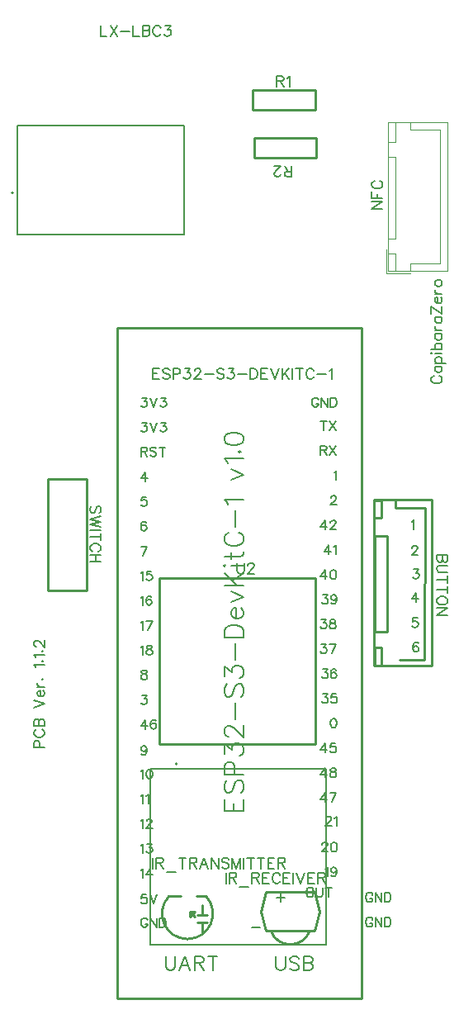
<source format=gto>
G04 Layer: TopSilkscreenLayer*
G04 EasyEDA v6.5.47, 2024-12-05 12:15:10*
G04 a8db0baa4c074055b0eece098b67d136,1af081c9d9ee461384659aa0797497b1,10*
G04 Gerber Generator version 0.2*
G04 Scale: 100 percent, Rotated: No, Reflected: No *
G04 Dimensions in millimeters *
G04 leading zeros omitted , absolute positions ,4 integer and 5 decimal *
%FSLAX45Y45*%
%MOMM*%

%ADD10C,0.1524*%
%ADD11C,0.2032*%
%ADD12C,0.2000*%
%ADD13C,0.2540*%
%ADD14C,0.1200*%
%ADD15C,0.1600*%
%ADD16C,0.0108*%

%LPD*%
D10*
X4800091Y6961378D02*
G01*
X4789677Y6956044D01*
X4779263Y6945629D01*
X4774184Y6935470D01*
X4774184Y6914642D01*
X4779263Y6904228D01*
X4789677Y6893813D01*
X4800091Y6888479D01*
X4815840Y6883400D01*
X4841747Y6883400D01*
X4857241Y6888479D01*
X4867656Y6893813D01*
X4878070Y6904228D01*
X4883150Y6914642D01*
X4883150Y6935470D01*
X4878070Y6945629D01*
X4867656Y6956044D01*
X4857241Y6961378D01*
X4810506Y7057897D02*
G01*
X4883150Y7057897D01*
X4826000Y7057897D02*
G01*
X4815840Y7047484D01*
X4810506Y7037070D01*
X4810506Y7021576D01*
X4815840Y7011162D01*
X4826000Y7000747D01*
X4841747Y6995668D01*
X4852161Y6995668D01*
X4867656Y7000747D01*
X4878070Y7011162D01*
X4883150Y7021576D01*
X4883150Y7037070D01*
X4878070Y7047484D01*
X4867656Y7057897D01*
X4810506Y7092187D02*
G01*
X4919725Y7092187D01*
X4826000Y7092187D02*
G01*
X4815840Y7102602D01*
X4810506Y7113015D01*
X4810506Y7128510D01*
X4815840Y7138923D01*
X4826000Y7149337D01*
X4841747Y7154671D01*
X4852161Y7154671D01*
X4867656Y7149337D01*
X4878070Y7138923D01*
X4883150Y7128510D01*
X4883150Y7113015D01*
X4878070Y7102602D01*
X4867656Y7092187D01*
X4774184Y7188962D02*
G01*
X4779263Y7194042D01*
X4774184Y7199376D01*
X4768850Y7194042D01*
X4774184Y7188962D01*
X4810506Y7194042D02*
G01*
X4883150Y7194042D01*
X4774184Y7233665D02*
G01*
X4883150Y7233665D01*
X4826000Y7233665D02*
G01*
X4815840Y7244079D01*
X4810506Y7254239D01*
X4810506Y7269987D01*
X4815840Y7280402D01*
X4826000Y7290815D01*
X4841747Y7295895D01*
X4852161Y7295895D01*
X4867656Y7290815D01*
X4878070Y7280402D01*
X4883150Y7269987D01*
X4883150Y7254239D01*
X4878070Y7244079D01*
X4867656Y7233665D01*
X4810506Y7392670D02*
G01*
X4883150Y7392670D01*
X4826000Y7392670D02*
G01*
X4815840Y7382255D01*
X4810506Y7371842D01*
X4810506Y7356094D01*
X4815840Y7345679D01*
X4826000Y7335520D01*
X4841747Y7330186D01*
X4852161Y7330186D01*
X4867656Y7335520D01*
X4878070Y7345679D01*
X4883150Y7356094D01*
X4883150Y7371842D01*
X4878070Y7382255D01*
X4867656Y7392670D01*
X4810506Y7426960D02*
G01*
X4883150Y7426960D01*
X4841747Y7426960D02*
G01*
X4826000Y7432039D01*
X4815840Y7442454D01*
X4810506Y7452868D01*
X4810506Y7468362D01*
X4810506Y7565136D02*
G01*
X4883150Y7565136D01*
X4826000Y7565136D02*
G01*
X4815840Y7554721D01*
X4810506Y7544308D01*
X4810506Y7528560D01*
X4815840Y7518400D01*
X4826000Y7507986D01*
X4841747Y7502652D01*
X4852161Y7502652D01*
X4867656Y7507986D01*
X4878070Y7518400D01*
X4883150Y7528560D01*
X4883150Y7544308D01*
X4878070Y7554721D01*
X4867656Y7565136D01*
X4774184Y7672070D02*
G01*
X4883150Y7599426D01*
X4774184Y7599426D02*
G01*
X4774184Y7672070D01*
X4883150Y7599426D02*
G01*
X4883150Y7672070D01*
X4841747Y7706360D02*
G01*
X4841747Y7768589D01*
X4831334Y7768589D01*
X4820920Y7763510D01*
X4815840Y7758429D01*
X4810506Y7748015D01*
X4810506Y7732268D01*
X4815840Y7721854D01*
X4826000Y7711439D01*
X4841747Y7706360D01*
X4852161Y7706360D01*
X4867656Y7711439D01*
X4878070Y7721854D01*
X4883150Y7732268D01*
X4883150Y7748015D01*
X4878070Y7758429D01*
X4867656Y7768589D01*
X4810506Y7802879D02*
G01*
X4883150Y7802879D01*
X4841747Y7802879D02*
G01*
X4826000Y7808213D01*
X4815840Y7818628D01*
X4810506Y7829042D01*
X4810506Y7844536D01*
X4810506Y7904734D02*
G01*
X4815840Y7894320D01*
X4826000Y7884160D01*
X4841747Y7878826D01*
X4852161Y7878826D01*
X4867656Y7884160D01*
X4878070Y7894320D01*
X4883150Y7904734D01*
X4883150Y7920481D01*
X4878070Y7930895D01*
X4867656Y7941310D01*
X4852161Y7946389D01*
X4841747Y7946389D01*
X4826000Y7941310D01*
X4815840Y7930895D01*
X4810506Y7920481D01*
X4810506Y7904734D01*
X697484Y3149600D02*
G01*
X806450Y3149600D01*
X697484Y3149600D02*
G01*
X697484Y3196336D01*
X702563Y3211829D01*
X707897Y3217163D01*
X718312Y3222244D01*
X733805Y3222244D01*
X744220Y3217163D01*
X749300Y3211829D01*
X754634Y3196336D01*
X754634Y3149600D01*
X723392Y3334512D02*
G01*
X712978Y3329431D01*
X702563Y3319018D01*
X697484Y3308604D01*
X697484Y3287776D01*
X702563Y3277362D01*
X712978Y3266947D01*
X723392Y3261868D01*
X739139Y3256534D01*
X765047Y3256534D01*
X780542Y3261868D01*
X790955Y3266947D01*
X801370Y3277362D01*
X806450Y3287776D01*
X806450Y3308604D01*
X801370Y3319018D01*
X790955Y3329431D01*
X780542Y3334512D01*
X697484Y3368802D02*
G01*
X806450Y3368802D01*
X697484Y3368802D02*
G01*
X697484Y3415537D01*
X702563Y3431286D01*
X707897Y3436365D01*
X718312Y3441700D01*
X728726Y3441700D01*
X739139Y3436365D01*
X744220Y3431286D01*
X749300Y3415537D01*
X749300Y3368802D02*
G01*
X749300Y3415537D01*
X754634Y3431286D01*
X759713Y3436365D01*
X770128Y3441700D01*
X785876Y3441700D01*
X796289Y3436365D01*
X801370Y3431286D01*
X806450Y3415537D01*
X806450Y3368802D01*
X697484Y3556000D02*
G01*
X806450Y3597402D01*
X697484Y3639057D02*
G01*
X806450Y3597402D01*
X765047Y3673347D02*
G01*
X765047Y3735578D01*
X754634Y3735578D01*
X744220Y3730497D01*
X739139Y3725163D01*
X733805Y3714750D01*
X733805Y3699255D01*
X739139Y3688842D01*
X749300Y3678428D01*
X765047Y3673347D01*
X775462Y3673347D01*
X790955Y3678428D01*
X801370Y3688842D01*
X806450Y3699255D01*
X806450Y3714750D01*
X801370Y3725163D01*
X790955Y3735578D01*
X733805Y3769868D02*
G01*
X806450Y3769868D01*
X765047Y3769868D02*
G01*
X749300Y3775202D01*
X739139Y3785615D01*
X733805Y3796029D01*
X733805Y3811523D01*
X780542Y3850894D02*
G01*
X785876Y3845813D01*
X790955Y3850894D01*
X785876Y3856228D01*
X780542Y3850894D01*
X718312Y3970528D02*
G01*
X712978Y3980942D01*
X697484Y3996436D01*
X806450Y3996436D01*
X780542Y4036060D02*
G01*
X785876Y4030726D01*
X790955Y4036060D01*
X785876Y4041139D01*
X780542Y4036060D01*
X718312Y4075429D02*
G01*
X712978Y4085844D01*
X697484Y4101337D01*
X806450Y4101337D01*
X780542Y4140962D02*
G01*
X785876Y4135628D01*
X790955Y4140962D01*
X785876Y4146042D01*
X780542Y4140962D01*
X723392Y4185665D02*
G01*
X718312Y4185665D01*
X707897Y4190745D01*
X702563Y4196079D01*
X697484Y4206239D01*
X697484Y4227068D01*
X702563Y4237481D01*
X707897Y4242815D01*
X718312Y4247895D01*
X728726Y4247895D01*
X739139Y4242815D01*
X754634Y4232402D01*
X806450Y4180331D01*
X806450Y4253229D01*
D11*
X4572000Y5467604D02*
G01*
X4581143Y5472176D01*
X4594606Y5485637D01*
X4594606Y5390134D01*
X4576572Y5196331D02*
G01*
X4576572Y5200904D01*
X4581143Y5209794D01*
X4585715Y5214365D01*
X4594606Y5218937D01*
X4612893Y5218937D01*
X4622038Y5214365D01*
X4626609Y5209794D01*
X4631181Y5200904D01*
X4631181Y5191760D01*
X4626609Y5182615D01*
X4617465Y5168900D01*
X4572000Y5123434D01*
X4635754Y5123434D01*
X4593843Y4977637D02*
G01*
X4643881Y4977637D01*
X4616450Y4941315D01*
X4630165Y4941315D01*
X4639309Y4936744D01*
X4643881Y4932171D01*
X4648454Y4918710D01*
X4648454Y4909565D01*
X4643881Y4895850D01*
X4634738Y4886705D01*
X4621022Y4882134D01*
X4607306Y4882134D01*
X4593843Y4886705D01*
X4589272Y4891278D01*
X4584700Y4900421D01*
X4617465Y4736337D02*
G01*
X4572000Y4672837D01*
X4640072Y4672837D01*
X4617465Y4736337D02*
G01*
X4617465Y4640834D01*
X4630674Y4478273D02*
G01*
X4585208Y4478273D01*
X4580636Y4437379D01*
X4585208Y4441952D01*
X4598670Y4446523D01*
X4612386Y4446523D01*
X4626102Y4441952D01*
X4634991Y4432807D01*
X4639563Y4419345D01*
X4639563Y4410202D01*
X4634991Y4396486D01*
X4626102Y4387595D01*
X4612386Y4383023D01*
X4598670Y4383023D01*
X4585208Y4387595D01*
X4580636Y4391913D01*
X4576063Y4401057D01*
X4639309Y4214876D02*
G01*
X4634738Y4223765D01*
X4621022Y4228337D01*
X4611877Y4228337D01*
X4598415Y4223765D01*
X4589272Y4210304D01*
X4584700Y4187444D01*
X4584700Y4164837D01*
X4589272Y4146550D01*
X4598415Y4137405D01*
X4611877Y4132834D01*
X4616450Y4132834D01*
X4630165Y4137405D01*
X4639309Y4146550D01*
X4643881Y4160265D01*
X4643881Y4164837D01*
X4639309Y4178300D01*
X4630165Y4187444D01*
X4616450Y4192015D01*
X4611877Y4192015D01*
X4598415Y4187444D01*
X4589272Y4178300D01*
X4584700Y4164837D01*
X3228593Y1649476D02*
G01*
X3228593Y1567434D01*
X3187700Y1608581D02*
G01*
X3269488Y1608581D01*
X2933700Y1303781D02*
G01*
X3015488Y1303781D01*
X3519677Y1713737D02*
G01*
X3510788Y1709165D01*
X3501643Y1700276D01*
X3497072Y1691131D01*
X3492500Y1677415D01*
X3492500Y1654810D01*
X3497072Y1641094D01*
X3501643Y1631950D01*
X3510788Y1622805D01*
X3519677Y1618234D01*
X3537965Y1618234D01*
X3547109Y1622805D01*
X3556254Y1631950D01*
X3560572Y1641094D01*
X3565143Y1654810D01*
X3565143Y1677415D01*
X3560572Y1691131D01*
X3556254Y1700276D01*
X3547109Y1709165D01*
X3537965Y1713737D01*
X3519677Y1713737D01*
X3595115Y1713737D02*
G01*
X3595115Y1645665D01*
X3599688Y1631950D01*
X3608831Y1622805D01*
X3622547Y1618234D01*
X3631691Y1618234D01*
X3645154Y1622805D01*
X3654297Y1631950D01*
X3658870Y1645665D01*
X3658870Y1713737D01*
X3720591Y1713737D02*
G01*
X3720591Y1618234D01*
X3688841Y1713737D02*
G01*
X3752595Y1713737D01*
D10*
X1384300Y10554715D02*
G01*
X1384300Y10445750D01*
X1384300Y10445750D02*
G01*
X1446529Y10445750D01*
X1480820Y10554715D02*
G01*
X1553718Y10445750D01*
X1553718Y10554715D02*
G01*
X1480820Y10445750D01*
X1588007Y10492486D02*
G01*
X1681479Y10492486D01*
X1715770Y10554715D02*
G01*
X1715770Y10445750D01*
X1715770Y10445750D02*
G01*
X1778000Y10445750D01*
X1812289Y10554715D02*
G01*
X1812289Y10445750D01*
X1812289Y10554715D02*
G01*
X1859279Y10554715D01*
X1874773Y10549636D01*
X1879854Y10544302D01*
X1885187Y10533887D01*
X1885187Y10523474D01*
X1879854Y10513060D01*
X1874773Y10507979D01*
X1859279Y10502900D01*
X1812289Y10502900D02*
G01*
X1859279Y10502900D01*
X1874773Y10497565D01*
X1879854Y10492486D01*
X1885187Y10482071D01*
X1885187Y10466324D01*
X1879854Y10455910D01*
X1874773Y10450829D01*
X1859279Y10445750D01*
X1812289Y10445750D01*
X1997456Y10528808D02*
G01*
X1992122Y10539221D01*
X1981708Y10549636D01*
X1971293Y10554715D01*
X1950720Y10554715D01*
X1940306Y10549636D01*
X1929892Y10539221D01*
X1924557Y10528808D01*
X1919478Y10513060D01*
X1919478Y10487152D01*
X1924557Y10471658D01*
X1929892Y10461244D01*
X1940306Y10450829D01*
X1950720Y10445750D01*
X1971293Y10445750D01*
X1981708Y10450829D01*
X1992122Y10461244D01*
X1997456Y10471658D01*
X2042159Y10554715D02*
G01*
X2099309Y10554715D01*
X2068068Y10513060D01*
X2083561Y10513060D01*
X2093975Y10507979D01*
X2099309Y10502900D01*
X2104390Y10487152D01*
X2104390Y10476737D01*
X2099309Y10461244D01*
X2088895Y10450829D01*
X2073147Y10445750D01*
X2057654Y10445750D01*
X2042159Y10450829D01*
X2036825Y10455910D01*
X2031745Y10466324D01*
X2667000Y1867915D02*
G01*
X2667000Y1758950D01*
X2701290Y1867915D02*
G01*
X2701290Y1758950D01*
X2701290Y1867915D02*
G01*
X2748025Y1867915D01*
X2763520Y1862836D01*
X2768854Y1857502D01*
X2773934Y1847087D01*
X2773934Y1836673D01*
X2768854Y1826260D01*
X2763520Y1821179D01*
X2748025Y1816100D01*
X2701290Y1816100D01*
X2737611Y1816100D02*
G01*
X2773934Y1758950D01*
X2808224Y1722373D02*
G01*
X2901950Y1722373D01*
X2936240Y1867915D02*
G01*
X2936240Y1758950D01*
X2936240Y1867915D02*
G01*
X2982975Y1867915D01*
X2998470Y1862836D01*
X3003550Y1857502D01*
X3008884Y1847087D01*
X3008884Y1836673D01*
X3003550Y1826260D01*
X2998470Y1821179D01*
X2982975Y1816100D01*
X2936240Y1816100D01*
X2972561Y1816100D02*
G01*
X3008884Y1758950D01*
X3043174Y1867915D02*
G01*
X3043174Y1758950D01*
X3043174Y1867915D02*
G01*
X3110738Y1867915D01*
X3043174Y1816100D02*
G01*
X3084829Y1816100D01*
X3043174Y1758950D02*
G01*
X3110738Y1758950D01*
X3223006Y1842007D02*
G01*
X3217672Y1852421D01*
X3207258Y1862836D01*
X3196843Y1867915D01*
X3176270Y1867915D01*
X3165856Y1862836D01*
X3155441Y1852421D01*
X3150108Y1842007D01*
X3145027Y1826260D01*
X3145027Y1800352D01*
X3150108Y1784857D01*
X3155441Y1774444D01*
X3165856Y1764029D01*
X3176270Y1758950D01*
X3196843Y1758950D01*
X3207258Y1764029D01*
X3217672Y1774444D01*
X3223006Y1784857D01*
X3257295Y1867915D02*
G01*
X3257295Y1758950D01*
X3257295Y1867915D02*
G01*
X3324859Y1867915D01*
X3257295Y1816100D02*
G01*
X3298697Y1816100D01*
X3257295Y1758950D02*
G01*
X3324859Y1758950D01*
X3359150Y1867915D02*
G01*
X3359150Y1758950D01*
X3393440Y1867915D02*
G01*
X3434841Y1758950D01*
X3476497Y1867915D02*
G01*
X3434841Y1758950D01*
X3510788Y1867915D02*
G01*
X3510788Y1758950D01*
X3510788Y1867915D02*
G01*
X3578352Y1867915D01*
X3510788Y1816100D02*
G01*
X3552190Y1816100D01*
X3510788Y1758950D02*
G01*
X3578352Y1758950D01*
X3612641Y1867915D02*
G01*
X3612641Y1758950D01*
X3612641Y1867915D02*
G01*
X3659377Y1867915D01*
X3674872Y1862836D01*
X3680206Y1857502D01*
X3685286Y1847087D01*
X3685286Y1836673D01*
X3680206Y1826260D01*
X3674872Y1821179D01*
X3659377Y1816100D01*
X3612641Y1816100D01*
X3648963Y1816100D02*
G01*
X3685286Y1758950D01*
X1917700Y2020315D02*
G01*
X1917700Y1911350D01*
X1951990Y2020315D02*
G01*
X1951990Y1911350D01*
X1951990Y2020315D02*
G01*
X1998725Y2020315D01*
X2014220Y2015236D01*
X2019554Y2009902D01*
X2024634Y1999487D01*
X2024634Y1989073D01*
X2019554Y1978660D01*
X2014220Y1973579D01*
X1998725Y1968500D01*
X1951990Y1968500D01*
X1988311Y1968500D02*
G01*
X2024634Y1911350D01*
X2058924Y1874773D02*
G01*
X2152650Y1874773D01*
X2223261Y2020315D02*
G01*
X2223261Y1911350D01*
X2186940Y2020315D02*
G01*
X2259584Y2020315D01*
X2293874Y2020315D02*
G01*
X2293874Y1911350D01*
X2293874Y2020315D02*
G01*
X2340609Y2020315D01*
X2356104Y2015236D01*
X2361438Y2009902D01*
X2366518Y1999487D01*
X2366518Y1989073D01*
X2361438Y1978660D01*
X2356104Y1973579D01*
X2340609Y1968500D01*
X2293874Y1968500D01*
X2330195Y1968500D02*
G01*
X2366518Y1911350D01*
X2442463Y2020315D02*
G01*
X2400808Y1911350D01*
X2442463Y2020315D02*
G01*
X2484120Y1911350D01*
X2416556Y1947671D02*
G01*
X2468372Y1947671D01*
X2518409Y2020315D02*
G01*
X2518409Y1911350D01*
X2518409Y2020315D02*
G01*
X2591054Y1911350D01*
X2591054Y2020315D02*
G01*
X2591054Y1911350D01*
X2697988Y2004821D02*
G01*
X2687574Y2015236D01*
X2672079Y2020315D01*
X2651252Y2020315D01*
X2635758Y2015236D01*
X2625343Y2004821D01*
X2625343Y1994407D01*
X2630424Y1983994D01*
X2635758Y1978660D01*
X2646172Y1973579D01*
X2677159Y1963165D01*
X2687574Y1958086D01*
X2692908Y1952752D01*
X2697988Y1942337D01*
X2697988Y1926844D01*
X2687574Y1916429D01*
X2672079Y1911350D01*
X2651252Y1911350D01*
X2635758Y1916429D01*
X2625343Y1926844D01*
X2732277Y2020315D02*
G01*
X2732277Y1911350D01*
X2732277Y2020315D02*
G01*
X2773934Y1911350D01*
X2815590Y2020315D02*
G01*
X2773934Y1911350D01*
X2815590Y2020315D02*
G01*
X2815590Y1911350D01*
X2849879Y2020315D02*
G01*
X2849879Y1911350D01*
X2920491Y2020315D02*
G01*
X2920491Y1911350D01*
X2884170Y2020315D02*
G01*
X2956813Y2020315D01*
X3027425Y2020315D02*
G01*
X3027425Y1911350D01*
X2991104Y2020315D02*
G01*
X3063747Y2020315D01*
X3098038Y2020315D02*
G01*
X3098038Y1911350D01*
X3098038Y2020315D02*
G01*
X3165602Y2020315D01*
X3098038Y1968500D02*
G01*
X3139693Y1968500D01*
X3098038Y1911350D02*
G01*
X3165602Y1911350D01*
X3199891Y2020315D02*
G01*
X3199891Y1911350D01*
X3199891Y2020315D02*
G01*
X3246627Y2020315D01*
X3262375Y2015236D01*
X3267456Y2009902D01*
X3272790Y1999487D01*
X3272790Y1989073D01*
X3267456Y1978660D01*
X3262375Y1973579D01*
X3246627Y1968500D01*
X3199891Y1968500D01*
X3236213Y1968500D02*
G01*
X3272790Y1911350D01*
X2781300Y5042915D02*
G01*
X2781300Y4964937D01*
X2786379Y4949444D01*
X2796793Y4939029D01*
X2812541Y4933950D01*
X2822956Y4933950D01*
X2838450Y4939029D01*
X2848863Y4949444D01*
X2853943Y4964937D01*
X2853943Y5042915D01*
X2893568Y5017007D02*
G01*
X2893568Y5022087D01*
X2898647Y5032502D01*
X2903981Y5037836D01*
X2914395Y5042915D01*
X2934970Y5042915D01*
X2945384Y5037836D01*
X2950718Y5032502D01*
X2955797Y5022087D01*
X2955797Y5011673D01*
X2950718Y5001260D01*
X2940304Y4985765D01*
X2888234Y4933950D01*
X2961131Y4933950D01*
X3187700Y10034015D02*
G01*
X3187700Y9925050D01*
X3187700Y10034015D02*
G01*
X3234436Y10034015D01*
X3249929Y10028936D01*
X3255263Y10023602D01*
X3260343Y10013187D01*
X3260343Y10002774D01*
X3255263Y9992360D01*
X3249929Y9987279D01*
X3234436Y9982200D01*
X3187700Y9982200D01*
X3224022Y9982200D02*
G01*
X3260343Y9925050D01*
X3294634Y10013187D02*
G01*
X3305047Y10018521D01*
X3320795Y10034015D01*
X3320795Y9925050D01*
X3340100Y9003284D02*
G01*
X3340100Y9112250D01*
X3340100Y9003284D02*
G01*
X3293363Y9003284D01*
X3277870Y9008363D01*
X3272536Y9013697D01*
X3267456Y9024112D01*
X3267456Y9034526D01*
X3272536Y9044939D01*
X3277870Y9050020D01*
X3293363Y9055100D01*
X3340100Y9055100D01*
X3303777Y9055100D02*
G01*
X3267456Y9112250D01*
X3227831Y9029192D02*
G01*
X3227831Y9024112D01*
X3222752Y9013697D01*
X3217418Y9008363D01*
X3207004Y9003284D01*
X3186429Y9003284D01*
X3176015Y9008363D01*
X3170681Y9013697D01*
X3165602Y9024112D01*
X3165602Y9034526D01*
X3170681Y9044939D01*
X3181095Y9060434D01*
X3233165Y9112250D01*
X3160268Y9112250D01*
X4941315Y5125491D02*
G01*
X4832350Y5125491D01*
X4941315Y5125491D02*
G01*
X4941315Y5078755D01*
X4936236Y5063261D01*
X4930902Y5057927D01*
X4920488Y5052847D01*
X4910074Y5052847D01*
X4899659Y5057927D01*
X4894579Y5063261D01*
X4889500Y5078755D01*
X4889500Y5125491D02*
G01*
X4889500Y5078755D01*
X4884165Y5063261D01*
X4879086Y5057927D01*
X4868672Y5052847D01*
X4852924Y5052847D01*
X4842509Y5057927D01*
X4837429Y5063261D01*
X4832350Y5078755D01*
X4832350Y5125491D01*
X4941315Y5018557D02*
G01*
X4863338Y5018557D01*
X4847843Y5013223D01*
X4837429Y5002809D01*
X4832350Y4987315D01*
X4832350Y4976901D01*
X4837429Y4961407D01*
X4847843Y4950993D01*
X4863338Y4945659D01*
X4941315Y4945659D01*
X4941315Y4875047D02*
G01*
X4832350Y4875047D01*
X4941315Y4911369D02*
G01*
X4941315Y4838725D01*
X4941315Y4768113D02*
G01*
X4832350Y4768113D01*
X4941315Y4804435D02*
G01*
X4941315Y4731791D01*
X4941315Y4666259D02*
G01*
X4936236Y4676673D01*
X4925822Y4687087D01*
X4915408Y4692167D01*
X4899659Y4697501D01*
X4873752Y4697501D01*
X4858258Y4692167D01*
X4847843Y4687087D01*
X4837429Y4676673D01*
X4832350Y4666259D01*
X4832350Y4645431D01*
X4837429Y4635017D01*
X4847843Y4624603D01*
X4858258Y4619523D01*
X4873752Y4614189D01*
X4899659Y4614189D01*
X4915408Y4619523D01*
X4925822Y4624603D01*
X4936236Y4635017D01*
X4941315Y4645431D01*
X4941315Y4666259D01*
X4941315Y4579899D02*
G01*
X4832350Y4579899D01*
X4941315Y4579899D02*
G01*
X4832350Y4507255D01*
X4941315Y4507255D02*
G01*
X4832350Y4507255D01*
X1917801Y7037908D02*
G01*
X1917801Y6928688D01*
X1917801Y7037908D02*
G01*
X1985365Y7037908D01*
X1917801Y6985838D02*
G01*
X1959203Y6985838D01*
X1917801Y6928688D02*
G01*
X1985365Y6928688D01*
X2092299Y7022160D02*
G01*
X2081885Y7032574D01*
X2066391Y7037908D01*
X2045563Y7037908D01*
X2029815Y7032574D01*
X2019655Y7022160D01*
X2019655Y7011746D01*
X2024735Y7001586D01*
X2029815Y6996252D01*
X2040229Y6991172D01*
X2071471Y6980758D01*
X2081885Y6975424D01*
X2086965Y6970344D01*
X2092299Y6959930D01*
X2092299Y6944436D01*
X2081885Y6934022D01*
X2066391Y6928688D01*
X2045563Y6928688D01*
X2029815Y6934022D01*
X2019655Y6944436D01*
X2126589Y7037908D02*
G01*
X2126589Y6928688D01*
X2126589Y7037908D02*
G01*
X2173325Y7037908D01*
X2188819Y7032574D01*
X2194153Y7027494D01*
X2199233Y7017080D01*
X2199233Y7001586D01*
X2194153Y6991172D01*
X2188819Y6985838D01*
X2173325Y6980758D01*
X2126589Y6980758D01*
X2243937Y7037908D02*
G01*
X2301087Y7037908D01*
X2269845Y6996252D01*
X2285593Y6996252D01*
X2296007Y6991172D01*
X2301087Y6985838D01*
X2306421Y6970344D01*
X2306421Y6959930D01*
X2301087Y6944436D01*
X2290673Y6934022D01*
X2275179Y6928688D01*
X2259685Y6928688D01*
X2243937Y6934022D01*
X2238857Y6939102D01*
X2233523Y6949516D01*
X2345791Y7011746D02*
G01*
X2345791Y7017080D01*
X2351125Y7027494D01*
X2356205Y7032574D01*
X2366619Y7037908D01*
X2387447Y7037908D01*
X2397861Y7032574D01*
X2402941Y7027494D01*
X2408275Y7017080D01*
X2408275Y7006666D01*
X2402941Y6996252D01*
X2392527Y6980758D01*
X2340711Y6928688D01*
X2413355Y6928688D01*
X2447645Y6975424D02*
G01*
X2541117Y6975424D01*
X2648305Y7022160D02*
G01*
X2637891Y7032574D01*
X2622143Y7037908D01*
X2601315Y7037908D01*
X2585821Y7032574D01*
X2575407Y7022160D01*
X2575407Y7011746D01*
X2580741Y7001586D01*
X2585821Y6996252D01*
X2596235Y6991172D01*
X2627477Y6980758D01*
X2637891Y6975424D01*
X2642971Y6970344D01*
X2648305Y6959930D01*
X2648305Y6944436D01*
X2637891Y6934022D01*
X2622143Y6928688D01*
X2601315Y6928688D01*
X2585821Y6934022D01*
X2575407Y6944436D01*
X2692755Y7037908D02*
G01*
X2749905Y7037908D01*
X2718917Y6996252D01*
X2734411Y6996252D01*
X2744825Y6991172D01*
X2749905Y6985838D01*
X2755239Y6970344D01*
X2755239Y6959930D01*
X2749905Y6944436D01*
X2739745Y6934022D01*
X2723997Y6928688D01*
X2708503Y6928688D01*
X2692755Y6934022D01*
X2687675Y6939102D01*
X2682595Y6949516D01*
X2789529Y6975424D02*
G01*
X2883001Y6975424D01*
X2917291Y7037908D02*
G01*
X2917291Y6928688D01*
X2917291Y7037908D02*
G01*
X2953613Y7037908D01*
X2969361Y7032574D01*
X2979775Y7022160D01*
X2984855Y7011746D01*
X2989935Y6996252D01*
X2989935Y6970344D01*
X2984855Y6954596D01*
X2979775Y6944436D01*
X2969361Y6934022D01*
X2953613Y6928688D01*
X2917291Y6928688D01*
X3024225Y7037908D02*
G01*
X3024225Y6928688D01*
X3024225Y7037908D02*
G01*
X3091789Y7037908D01*
X3024225Y6985838D02*
G01*
X3065881Y6985838D01*
X3024225Y6928688D02*
G01*
X3091789Y6928688D01*
X3126079Y7037908D02*
G01*
X3167735Y6928688D01*
X3209391Y7037908D02*
G01*
X3167735Y6928688D01*
X3243681Y7037908D02*
G01*
X3243681Y6928688D01*
X3316325Y7037908D02*
G01*
X3243681Y6965010D01*
X3269589Y6991172D02*
G01*
X3316325Y6928688D01*
X3350615Y7037908D02*
G01*
X3350615Y6928688D01*
X3421227Y7037908D02*
G01*
X3421227Y6928688D01*
X3384905Y7037908D02*
G01*
X3457549Y7037908D01*
X3569817Y7011746D02*
G01*
X3564737Y7022160D01*
X3554323Y7032574D01*
X3543909Y7037908D01*
X3523081Y7037908D01*
X3512667Y7032574D01*
X3502253Y7022160D01*
X3497173Y7011746D01*
X3491839Y6996252D01*
X3491839Y6970344D01*
X3497173Y6954596D01*
X3502253Y6944436D01*
X3512667Y6934022D01*
X3523081Y6928688D01*
X3543909Y6928688D01*
X3554323Y6934022D01*
X3564737Y6944436D01*
X3569817Y6954596D01*
X3604107Y6975424D02*
G01*
X3697579Y6975424D01*
X3731869Y7017080D02*
G01*
X3742283Y7022160D01*
X3758031Y7037908D01*
X3758031Y6928688D01*
D11*
X2652527Y2501910D02*
G01*
X2846329Y2501910D01*
X2652527Y2501910D02*
G01*
X2652527Y2622052D01*
X2744729Y2501910D02*
G01*
X2744729Y2575824D01*
X2846329Y2501910D02*
G01*
X2846329Y2622052D01*
X2680213Y2812298D02*
G01*
X2661671Y2793756D01*
X2652527Y2766070D01*
X2652527Y2729240D01*
X2661671Y2701300D01*
X2680213Y2683012D01*
X2698755Y2683012D01*
X2717043Y2692156D01*
X2726441Y2701300D01*
X2735585Y2719842D01*
X2754127Y2775214D01*
X2763271Y2793756D01*
X2772415Y2802900D01*
X2790957Y2812298D01*
X2818643Y2812298D01*
X2837185Y2793756D01*
X2846329Y2766070D01*
X2846329Y2729240D01*
X2837185Y2701300D01*
X2818643Y2683012D01*
X2652527Y2873258D02*
G01*
X2846329Y2873258D01*
X2652527Y2873258D02*
G01*
X2652527Y2956316D01*
X2661671Y2984002D01*
X2670815Y2993400D01*
X2689357Y3002544D01*
X2717043Y3002544D01*
X2735585Y2993400D01*
X2744729Y2984002D01*
X2754127Y2956316D01*
X2754127Y2873258D01*
X2652527Y3082046D02*
G01*
X2652527Y3183646D01*
X2726441Y3128020D01*
X2726441Y3155960D01*
X2735585Y3174248D01*
X2744729Y3183646D01*
X2772415Y3192790D01*
X2790957Y3192790D01*
X2818643Y3183646D01*
X2837185Y3165104D01*
X2846329Y3137418D01*
X2846329Y3109732D01*
X2837185Y3082046D01*
X2828041Y3072648D01*
X2809499Y3063504D01*
X2698755Y3262894D02*
G01*
X2689357Y3262894D01*
X2670815Y3272292D01*
X2661671Y3281436D01*
X2652527Y3299978D01*
X2652527Y3336808D01*
X2661671Y3355350D01*
X2670815Y3364494D01*
X2689357Y3373892D01*
X2707899Y3373892D01*
X2726441Y3364494D01*
X2754127Y3346206D01*
X2846329Y3253750D01*
X2846329Y3383036D01*
X2763271Y3443996D02*
G01*
X2763271Y3610366D01*
X2680213Y3800612D02*
G01*
X2661671Y3782070D01*
X2652527Y3754384D01*
X2652527Y3717300D01*
X2661671Y3689614D01*
X2680213Y3671326D01*
X2698755Y3671326D01*
X2717043Y3680470D01*
X2726441Y3689614D01*
X2735585Y3708156D01*
X2754127Y3763528D01*
X2763271Y3782070D01*
X2772415Y3791214D01*
X2790957Y3800612D01*
X2818643Y3800612D01*
X2837185Y3782070D01*
X2846329Y3754384D01*
X2846329Y3717300D01*
X2837185Y3689614D01*
X2818643Y3671326D01*
X2652527Y3879860D02*
G01*
X2652527Y3981460D01*
X2726441Y3926088D01*
X2726441Y3953774D01*
X2735585Y3972316D01*
X2744729Y3981460D01*
X2772415Y3990858D01*
X2790957Y3990858D01*
X2818643Y3981460D01*
X2837185Y3963172D01*
X2846329Y3935486D01*
X2846329Y3907800D01*
X2837185Y3879860D01*
X2828041Y3870716D01*
X2809499Y3861572D01*
X2763271Y4051818D02*
G01*
X2763271Y4217934D01*
X2652527Y4278894D02*
G01*
X2846329Y4278894D01*
X2652527Y4278894D02*
G01*
X2652527Y4343664D01*
X2661671Y4371350D01*
X2680213Y4389892D01*
X2698755Y4399036D01*
X2726441Y4408180D01*
X2772415Y4408180D01*
X2800355Y4399036D01*
X2818643Y4389892D01*
X2837185Y4371350D01*
X2846329Y4343664D01*
X2846329Y4278894D01*
X2772415Y4469140D02*
G01*
X2772415Y4580138D01*
X2754127Y4580138D01*
X2735585Y4570740D01*
X2726441Y4561596D01*
X2717043Y4543054D01*
X2717043Y4515368D01*
X2726441Y4497080D01*
X2744729Y4478538D01*
X2772415Y4469140D01*
X2790957Y4469140D01*
X2818643Y4478538D01*
X2837185Y4497080D01*
X2846329Y4515368D01*
X2846329Y4543054D01*
X2837185Y4561596D01*
X2818643Y4580138D01*
X2717043Y4641098D02*
G01*
X2846329Y4696470D01*
X2717043Y4751842D02*
G01*
X2846329Y4696470D01*
X2652527Y4812802D02*
G01*
X2846329Y4812802D01*
X2652527Y4942088D02*
G01*
X2781813Y4812802D01*
X2735585Y4859030D02*
G01*
X2846329Y4942088D01*
X2652527Y5003048D02*
G01*
X2661671Y5012446D01*
X2652527Y5021590D01*
X2643129Y5012446D01*
X2652527Y5003048D01*
X2717043Y5012446D02*
G01*
X2846329Y5012446D01*
X2652527Y5110236D02*
G01*
X2809499Y5110236D01*
X2837185Y5119380D01*
X2846329Y5137922D01*
X2846329Y5156464D01*
X2717043Y5082550D02*
G01*
X2717043Y5147320D01*
X2698755Y5355854D02*
G01*
X2680213Y5346710D01*
X2661671Y5328168D01*
X2652527Y5309880D01*
X2652527Y5272796D01*
X2661671Y5254254D01*
X2680213Y5235966D01*
X2698755Y5226568D01*
X2726441Y5217424D01*
X2772415Y5217424D01*
X2800355Y5226568D01*
X2818643Y5235966D01*
X2837185Y5254254D01*
X2846329Y5272796D01*
X2846329Y5309880D01*
X2837185Y5328168D01*
X2818643Y5346710D01*
X2800355Y5355854D01*
X2763271Y5416814D02*
G01*
X2763271Y5583184D01*
X2689357Y5644144D02*
G01*
X2680213Y5662686D01*
X2652527Y5690372D01*
X2846329Y5690372D01*
X2717043Y5893572D02*
G01*
X2846329Y5948944D01*
X2717043Y6004316D02*
G01*
X2846329Y5948944D01*
X2689357Y6065276D02*
G01*
X2680213Y6083818D01*
X2652527Y6111504D01*
X2846329Y6111504D01*
X2800355Y6181608D02*
G01*
X2809499Y6172464D01*
X2818643Y6181608D01*
X2809499Y6191006D01*
X2800355Y6181608D01*
X2652527Y6307338D02*
G01*
X2661671Y6279652D01*
X2689357Y6261110D01*
X2735585Y6251966D01*
X2763271Y6251966D01*
X2809499Y6261110D01*
X2837185Y6279652D01*
X2846329Y6307338D01*
X2846329Y6325880D01*
X2837185Y6353566D01*
X2809499Y6371854D01*
X2763271Y6381252D01*
X2735585Y6381252D01*
X2689357Y6371854D01*
X2661671Y6353566D01*
X2652527Y6325880D01*
X2652527Y6307338D01*
D12*
X1805939Y6737324D02*
G01*
X1855978Y6737324D01*
X1828545Y6701002D01*
X1842262Y6701002D01*
X1851405Y6696430D01*
X1855978Y6691858D01*
X1860550Y6678396D01*
X1860550Y6669252D01*
X1855978Y6655536D01*
X1846834Y6646392D01*
X1833118Y6641820D01*
X1819402Y6641820D01*
X1805939Y6646392D01*
X1801368Y6650964D01*
X1796795Y6660108D01*
X1890521Y6737324D02*
G01*
X1926844Y6641820D01*
X1963165Y6737324D02*
G01*
X1926844Y6641820D01*
X2002281Y6737324D02*
G01*
X2052320Y6737324D01*
X2024888Y6701002D01*
X2038604Y6701002D01*
X2047747Y6696430D01*
X2052320Y6691858D01*
X2056891Y6678396D01*
X2056891Y6669252D01*
X2052320Y6655536D01*
X2043175Y6646392D01*
X2029459Y6641820D01*
X2015997Y6641820D01*
X2002281Y6646392D01*
X1997709Y6650964D01*
X1993138Y6660108D01*
X1805939Y6483324D02*
G01*
X1855978Y6483324D01*
X1828545Y6447002D01*
X1842262Y6447002D01*
X1851405Y6442430D01*
X1855978Y6437858D01*
X1860550Y6424396D01*
X1860550Y6415252D01*
X1855978Y6401536D01*
X1846834Y6392392D01*
X1833118Y6387820D01*
X1819402Y6387820D01*
X1805939Y6392392D01*
X1801368Y6396964D01*
X1796795Y6406108D01*
X1890521Y6483324D02*
G01*
X1926844Y6387820D01*
X1963165Y6483324D02*
G01*
X1926844Y6387820D01*
X2002281Y6483324D02*
G01*
X2052320Y6483324D01*
X2024888Y6447002D01*
X2038604Y6447002D01*
X2047747Y6442430D01*
X2052320Y6437858D01*
X2056891Y6424396D01*
X2056891Y6415252D01*
X2052320Y6401536D01*
X2043175Y6392392D01*
X2029459Y6387820D01*
X2015997Y6387820D01*
X2002281Y6392392D01*
X1997709Y6396964D01*
X1993138Y6406108D01*
X1842262Y5975324D02*
G01*
X1796795Y5911824D01*
X1864868Y5911824D01*
X1842262Y5975324D02*
G01*
X1842262Y5879820D01*
X1851405Y5721324D02*
G01*
X1805939Y5721324D01*
X1801368Y5680430D01*
X1805939Y5685002D01*
X1819402Y5689574D01*
X1833118Y5689574D01*
X1846834Y5685002D01*
X1855978Y5675858D01*
X1860550Y5662396D01*
X1860550Y5653252D01*
X1855978Y5639536D01*
X1846834Y5630392D01*
X1833118Y5625820D01*
X1819402Y5625820D01*
X1805939Y5630392D01*
X1801368Y5634964D01*
X1796795Y5644108D01*
X1851405Y5453862D02*
G01*
X1846834Y5462752D01*
X1833118Y5467324D01*
X1823973Y5467324D01*
X1810512Y5462752D01*
X1801368Y5449290D01*
X1796795Y5426430D01*
X1796795Y5403824D01*
X1801368Y5385536D01*
X1810512Y5376392D01*
X1823973Y5371820D01*
X1828545Y5371820D01*
X1842262Y5376392D01*
X1851405Y5385536D01*
X1855978Y5399252D01*
X1855978Y5403824D01*
X1851405Y5417286D01*
X1842262Y5426430D01*
X1828545Y5431002D01*
X1823973Y5431002D01*
X1810512Y5426430D01*
X1801368Y5417286D01*
X1796795Y5403824D01*
X1860550Y5213324D02*
G01*
X1815084Y5117820D01*
X1796795Y5213324D02*
G01*
X1860550Y5213324D01*
X1796795Y4941290D02*
G01*
X1805939Y4945862D01*
X1819402Y4959324D01*
X1819402Y4863820D01*
X1903984Y4959324D02*
G01*
X1858518Y4959324D01*
X1853945Y4918430D01*
X1858518Y4923002D01*
X1872234Y4927574D01*
X1885950Y4927574D01*
X1899412Y4923002D01*
X1908555Y4913858D01*
X1913128Y4900396D01*
X1913128Y4891252D01*
X1908555Y4877536D01*
X1899412Y4868392D01*
X1885950Y4863820D01*
X1872234Y4863820D01*
X1858518Y4868392D01*
X1853945Y4872964D01*
X1849628Y4882108D01*
X1796795Y4687290D02*
G01*
X1805939Y4691862D01*
X1819402Y4705324D01*
X1819402Y4609820D01*
X1903984Y4691862D02*
G01*
X1899412Y4700752D01*
X1885950Y4705324D01*
X1876805Y4705324D01*
X1863089Y4700752D01*
X1853945Y4687290D01*
X1849628Y4664430D01*
X1849628Y4641824D01*
X1853945Y4623536D01*
X1863089Y4614392D01*
X1876805Y4609820D01*
X1881378Y4609820D01*
X1895094Y4614392D01*
X1903984Y4623536D01*
X1908555Y4637252D01*
X1908555Y4641824D01*
X1903984Y4655286D01*
X1895094Y4664430D01*
X1881378Y4669002D01*
X1876805Y4669002D01*
X1863089Y4664430D01*
X1853945Y4655286D01*
X1849628Y4641824D01*
X1796795Y4433290D02*
G01*
X1805939Y4437862D01*
X1819402Y4451324D01*
X1819402Y4355820D01*
X1913128Y4451324D02*
G01*
X1867662Y4355820D01*
X1849628Y4451324D02*
G01*
X1913128Y4451324D01*
X1796795Y4179290D02*
G01*
X1805939Y4183862D01*
X1819402Y4197324D01*
X1819402Y4101820D01*
X1872234Y4197324D02*
G01*
X1858518Y4192752D01*
X1853945Y4183862D01*
X1853945Y4174718D01*
X1858518Y4165574D01*
X1867662Y4161002D01*
X1885950Y4156430D01*
X1899412Y4151858D01*
X1908555Y4142968D01*
X1913128Y4133824D01*
X1913128Y4120108D01*
X1908555Y4110964D01*
X1903984Y4106392D01*
X1890521Y4101820D01*
X1872234Y4101820D01*
X1858518Y4106392D01*
X1853945Y4110964D01*
X1849628Y4120108D01*
X1849628Y4133824D01*
X1853945Y4142968D01*
X1863089Y4151858D01*
X1876805Y4156430D01*
X1895094Y4161002D01*
X1903984Y4165574D01*
X1908555Y4174718D01*
X1908555Y4183862D01*
X1903984Y4192752D01*
X1890521Y4197324D01*
X1872234Y4197324D01*
X1819402Y3943324D02*
G01*
X1805939Y3938752D01*
X1801368Y3929862D01*
X1801368Y3920718D01*
X1805939Y3911574D01*
X1815084Y3907002D01*
X1833118Y3902430D01*
X1846834Y3897858D01*
X1855978Y3888968D01*
X1860550Y3879824D01*
X1860550Y3866108D01*
X1855978Y3856964D01*
X1851405Y3852392D01*
X1837689Y3847820D01*
X1819402Y3847820D01*
X1805939Y3852392D01*
X1801368Y3856964D01*
X1796795Y3866108D01*
X1796795Y3879824D01*
X1801368Y3888968D01*
X1810512Y3897858D01*
X1823973Y3902430D01*
X1842262Y3907002D01*
X1851405Y3911574D01*
X1855978Y3920718D01*
X1855978Y3929862D01*
X1851405Y3938752D01*
X1837689Y3943324D01*
X1819402Y3943324D01*
X1805939Y3689324D02*
G01*
X1855978Y3689324D01*
X1828545Y3653002D01*
X1842262Y3653002D01*
X1851405Y3648430D01*
X1855978Y3643858D01*
X1860550Y3630396D01*
X1860550Y3621252D01*
X1855978Y3607536D01*
X1846834Y3598392D01*
X1833118Y3593820D01*
X1819402Y3593820D01*
X1805939Y3598392D01*
X1801368Y3602964D01*
X1796795Y3612108D01*
X1842262Y3435324D02*
G01*
X1796795Y3371824D01*
X1864868Y3371824D01*
X1842262Y3435324D02*
G01*
X1842262Y3339820D01*
X1949450Y3421862D02*
G01*
X1944877Y3430752D01*
X1931415Y3435324D01*
X1922271Y3435324D01*
X1908555Y3430752D01*
X1899412Y3417290D01*
X1895094Y3394430D01*
X1895094Y3371824D01*
X1899412Y3353536D01*
X1908555Y3344392D01*
X1922271Y3339820D01*
X1926844Y3339820D01*
X1940559Y3344392D01*
X1949450Y3353536D01*
X1954022Y3367252D01*
X1954022Y3371824D01*
X1949450Y3385286D01*
X1940559Y3394430D01*
X1926844Y3399002D01*
X1922271Y3399002D01*
X1908555Y3394430D01*
X1899412Y3385286D01*
X1895094Y3371824D01*
X1855978Y3136874D02*
G01*
X1851405Y3123158D01*
X1842262Y3114268D01*
X1828545Y3109696D01*
X1823973Y3109696D01*
X1810512Y3114268D01*
X1801368Y3123158D01*
X1796795Y3136874D01*
X1796795Y3141446D01*
X1801368Y3155162D01*
X1810512Y3164052D01*
X1823973Y3168624D01*
X1828545Y3168624D01*
X1842262Y3164052D01*
X1851405Y3155162D01*
X1855978Y3136874D01*
X1855978Y3114268D01*
X1851405Y3091408D01*
X1842262Y3077692D01*
X1828545Y3073374D01*
X1819402Y3073374D01*
X1805939Y3077692D01*
X1801368Y3086836D01*
X1796795Y2909290D02*
G01*
X1805939Y2913862D01*
X1819402Y2927324D01*
X1819402Y2832074D01*
X1876805Y2927324D02*
G01*
X1863089Y2922752D01*
X1853945Y2909290D01*
X1849628Y2886430D01*
X1849628Y2872968D01*
X1853945Y2850108D01*
X1863089Y2836392D01*
X1876805Y2832074D01*
X1885950Y2832074D01*
X1899412Y2836392D01*
X1908555Y2850108D01*
X1913128Y2872968D01*
X1913128Y2886430D01*
X1908555Y2909290D01*
X1899412Y2922752D01*
X1885950Y2927324D01*
X1876805Y2927324D01*
X1796795Y2655290D02*
G01*
X1805939Y2659862D01*
X1819402Y2673324D01*
X1819402Y2578074D01*
X1849628Y2655290D02*
G01*
X1858518Y2659862D01*
X1872234Y2673324D01*
X1872234Y2578074D01*
X1796795Y2401290D02*
G01*
X1805939Y2405862D01*
X1819402Y2419324D01*
X1819402Y2324074D01*
X1853945Y2396718D02*
G01*
X1853945Y2401290D01*
X1858518Y2410434D01*
X1863089Y2414752D01*
X1872234Y2419324D01*
X1890521Y2419324D01*
X1899412Y2414752D01*
X1903984Y2410434D01*
X1908555Y2401290D01*
X1908555Y2392146D01*
X1903984Y2383002D01*
X1895094Y2369286D01*
X1849628Y2324074D01*
X1913128Y2324074D01*
X1796795Y2147290D02*
G01*
X1805939Y2151862D01*
X1819402Y2165324D01*
X1819402Y2070074D01*
X1858518Y2165324D02*
G01*
X1908555Y2165324D01*
X1881378Y2129002D01*
X1895094Y2129002D01*
X1903984Y2124430D01*
X1908555Y2119858D01*
X1913128Y2106396D01*
X1913128Y2097252D01*
X1908555Y2083536D01*
X1899412Y2074392D01*
X1885950Y2070074D01*
X1872234Y2070074D01*
X1858518Y2074392D01*
X1853945Y2078964D01*
X1849628Y2088108D01*
X1796795Y1893290D02*
G01*
X1805939Y1897862D01*
X1819402Y1911324D01*
X1819402Y1816074D01*
X1895094Y1911324D02*
G01*
X1849628Y1847824D01*
X1917700Y1847824D01*
X1895094Y1911324D02*
G01*
X1895094Y1816074D01*
X1851405Y1644624D02*
G01*
X1805939Y1644624D01*
X1801368Y1603730D01*
X1805939Y1608302D01*
X1819402Y1612874D01*
X1833118Y1612874D01*
X1846834Y1608302D01*
X1855978Y1599158D01*
X1860550Y1585696D01*
X1860550Y1576552D01*
X1855978Y1562836D01*
X1846834Y1553692D01*
X1833118Y1549374D01*
X1819402Y1549374D01*
X1805939Y1553692D01*
X1801368Y1558264D01*
X1796795Y1567408D01*
X1890521Y1644624D02*
G01*
X1926844Y1549374D01*
X1963165Y1644624D02*
G01*
X1926844Y1549374D01*
X1864868Y1380718D02*
G01*
X1860550Y1389862D01*
X1851405Y1398752D01*
X1842262Y1403324D01*
X1823973Y1403324D01*
X1815084Y1398752D01*
X1805939Y1389862D01*
X1801368Y1380718D01*
X1796795Y1367002D01*
X1796795Y1344396D01*
X1801368Y1330680D01*
X1805939Y1321536D01*
X1815084Y1312392D01*
X1823973Y1308074D01*
X1842262Y1308074D01*
X1851405Y1312392D01*
X1860550Y1321536D01*
X1864868Y1330680D01*
X1864868Y1344396D01*
X1842262Y1344396D02*
G01*
X1864868Y1344396D01*
X1895094Y1403324D02*
G01*
X1895094Y1308074D01*
X1895094Y1403324D02*
G01*
X1958593Y1308074D01*
X1958593Y1403324D02*
G01*
X1958593Y1308074D01*
X1988565Y1403324D02*
G01*
X1988565Y1308074D01*
X1988565Y1403324D02*
G01*
X2020315Y1403324D01*
X2034031Y1398752D01*
X2043175Y1389862D01*
X2047747Y1380718D01*
X2052320Y1367002D01*
X2052320Y1344396D01*
X2047747Y1330680D01*
X2043175Y1321536D01*
X2034031Y1312392D01*
X2020315Y1308074D01*
X1988565Y1308074D01*
X1796795Y6229324D02*
G01*
X1796795Y6133820D01*
X1796795Y6229324D02*
G01*
X1837689Y6229324D01*
X1851405Y6224752D01*
X1855978Y6220180D01*
X1860550Y6211290D01*
X1860550Y6202146D01*
X1855978Y6193002D01*
X1851405Y6188430D01*
X1837689Y6183858D01*
X1796795Y6183858D01*
X1828545Y6183858D02*
G01*
X1860550Y6133820D01*
X1954022Y6215862D02*
G01*
X1944877Y6224752D01*
X1931415Y6229324D01*
X1913128Y6229324D01*
X1899412Y6224752D01*
X1890521Y6215862D01*
X1890521Y6206718D01*
X1895094Y6197574D01*
X1899412Y6193002D01*
X1908555Y6188430D01*
X1935988Y6179286D01*
X1944877Y6174968D01*
X1949450Y6170396D01*
X1954022Y6161252D01*
X1954022Y6147536D01*
X1944877Y6138392D01*
X1931415Y6133820D01*
X1913128Y6133820D01*
X1899412Y6138392D01*
X1890521Y6147536D01*
X2015997Y6229324D02*
G01*
X2015997Y6133820D01*
X1983993Y6229324D02*
G01*
X2047747Y6229324D01*
X3617468Y6714718D02*
G01*
X3613150Y6723862D01*
X3604006Y6732752D01*
X3594861Y6737324D01*
X3576574Y6737324D01*
X3567684Y6732752D01*
X3558540Y6723862D01*
X3553968Y6714718D01*
X3549395Y6701002D01*
X3549395Y6678396D01*
X3553968Y6664680D01*
X3558540Y6655536D01*
X3567684Y6646392D01*
X3576574Y6641820D01*
X3594861Y6641820D01*
X3604006Y6646392D01*
X3613150Y6655536D01*
X3617468Y6664680D01*
X3617468Y6678396D01*
X3594861Y6678396D02*
G01*
X3617468Y6678396D01*
X3647693Y6737324D02*
G01*
X3647693Y6641820D01*
X3647693Y6737324D02*
G01*
X3711193Y6641820D01*
X3711193Y6737324D02*
G01*
X3711193Y6641820D01*
X3741165Y6737324D02*
G01*
X3741165Y6641820D01*
X3741165Y6737324D02*
G01*
X3772915Y6737324D01*
X3786631Y6732752D01*
X3795775Y6723862D01*
X3800347Y6714718D01*
X3804920Y6701002D01*
X3804920Y6678396D01*
X3800347Y6664680D01*
X3795775Y6655536D01*
X3786631Y6646392D01*
X3772915Y6641820D01*
X3741165Y6641820D01*
X3670045Y6496024D02*
G01*
X3670045Y6400520D01*
X3638295Y6496024D02*
G01*
X3702050Y6496024D01*
X3732022Y6496024D02*
G01*
X3795522Y6400520D01*
X3795522Y6496024D02*
G01*
X3732022Y6400520D01*
X3638295Y6242024D02*
G01*
X3638295Y6146520D01*
X3638295Y6242024D02*
G01*
X3679190Y6242024D01*
X3692906Y6237452D01*
X3697477Y6232880D01*
X3702050Y6223990D01*
X3702050Y6214846D01*
X3697477Y6205702D01*
X3692906Y6201130D01*
X3679190Y6196558D01*
X3638295Y6196558D01*
X3670045Y6196558D02*
G01*
X3702050Y6146520D01*
X3732022Y6242024D02*
G01*
X3795522Y6146520D01*
X3795522Y6242024D02*
G01*
X3732022Y6146520D01*
X3777995Y5969990D02*
G01*
X3787140Y5974562D01*
X3800602Y5988024D01*
X3800602Y5892520D01*
X3744468Y5711418D02*
G01*
X3744468Y5715990D01*
X3749040Y5724880D01*
X3753611Y5729452D01*
X3762502Y5734024D01*
X3780790Y5734024D01*
X3789934Y5729452D01*
X3794506Y5724880D01*
X3799077Y5715990D01*
X3799077Y5706846D01*
X3794506Y5697702D01*
X3785361Y5683986D01*
X3739895Y5638520D01*
X3803650Y5638520D01*
X3683761Y5480024D02*
G01*
X3638295Y5416524D01*
X3706368Y5416524D01*
X3683761Y5480024D02*
G01*
X3683761Y5384520D01*
X3740911Y5457418D02*
G01*
X3740911Y5461990D01*
X3745484Y5470880D01*
X3750056Y5475452D01*
X3759200Y5480024D01*
X3777488Y5480024D01*
X3786377Y5475452D01*
X3790950Y5470880D01*
X3795522Y5461990D01*
X3795522Y5452846D01*
X3790950Y5443702D01*
X3781806Y5429986D01*
X3736593Y5384520D01*
X3800093Y5384520D01*
X3721861Y5226024D02*
G01*
X3676395Y5162524D01*
X3744468Y5162524D01*
X3721861Y5226024D02*
G01*
X3721861Y5130520D01*
X3774693Y5207990D02*
G01*
X3783584Y5212562D01*
X3797300Y5226024D01*
X3797300Y5130520D01*
X3683761Y4972024D02*
G01*
X3638295Y4908524D01*
X3706368Y4908524D01*
X3683761Y4972024D02*
G01*
X3683761Y4876520D01*
X3763772Y4972024D02*
G01*
X3750056Y4967452D01*
X3740911Y4953990D01*
X3736593Y4931130D01*
X3736593Y4917668D01*
X3740911Y4894808D01*
X3750056Y4881092D01*
X3763772Y4876520D01*
X3772915Y4876520D01*
X3786377Y4881092D01*
X3795522Y4894808D01*
X3800093Y4917668D01*
X3800093Y4931130D01*
X3795522Y4953990D01*
X3786377Y4967452D01*
X3772915Y4972024D01*
X3763772Y4972024D01*
X3660140Y4718024D02*
G01*
X3710177Y4718024D01*
X3682745Y4681702D01*
X3696461Y4681702D01*
X3705606Y4677130D01*
X3710177Y4672558D01*
X3714750Y4659096D01*
X3714750Y4649952D01*
X3710177Y4636236D01*
X3701034Y4627092D01*
X3687318Y4622520D01*
X3673602Y4622520D01*
X3660140Y4627092D01*
X3655568Y4631664D01*
X3650995Y4640808D01*
X3803650Y4686274D02*
G01*
X3799077Y4672558D01*
X3790188Y4663668D01*
X3776472Y4659096D01*
X3771900Y4659096D01*
X3758184Y4663668D01*
X3749293Y4672558D01*
X3744722Y4686274D01*
X3744722Y4690846D01*
X3749293Y4704562D01*
X3758184Y4713452D01*
X3771900Y4718024D01*
X3776472Y4718024D01*
X3790188Y4713452D01*
X3799077Y4704562D01*
X3803650Y4686274D01*
X3803650Y4663668D01*
X3799077Y4640808D01*
X3790188Y4627092D01*
X3776472Y4622520D01*
X3767327Y4622520D01*
X3753611Y4627092D01*
X3749293Y4636236D01*
X3647440Y4464024D02*
G01*
X3697477Y4464024D01*
X3670045Y4427702D01*
X3683761Y4427702D01*
X3692906Y4423130D01*
X3697477Y4418558D01*
X3702050Y4405096D01*
X3702050Y4395952D01*
X3697477Y4382236D01*
X3688334Y4373092D01*
X3674618Y4368520D01*
X3660902Y4368520D01*
X3647440Y4373092D01*
X3642868Y4377664D01*
X3638295Y4386808D01*
X3754627Y4464024D02*
G01*
X3740911Y4459452D01*
X3736593Y4450562D01*
X3736593Y4441418D01*
X3740911Y4432274D01*
X3750056Y4427702D01*
X3768343Y4423130D01*
X3781806Y4418558D01*
X3790950Y4409668D01*
X3795522Y4400524D01*
X3795522Y4386808D01*
X3790950Y4377664D01*
X3786377Y4373092D01*
X3772915Y4368520D01*
X3754627Y4368520D01*
X3740911Y4373092D01*
X3736593Y4377664D01*
X3732022Y4386808D01*
X3732022Y4400524D01*
X3736593Y4409668D01*
X3745484Y4418558D01*
X3759200Y4423130D01*
X3777488Y4427702D01*
X3786377Y4432274D01*
X3790950Y4441418D01*
X3790950Y4450562D01*
X3786377Y4459452D01*
X3772915Y4464024D01*
X3754627Y4464024D01*
X3647440Y4210024D02*
G01*
X3697477Y4210024D01*
X3670045Y4173702D01*
X3683761Y4173702D01*
X3692906Y4169130D01*
X3697477Y4164558D01*
X3702050Y4151096D01*
X3702050Y4141952D01*
X3697477Y4128236D01*
X3688334Y4119092D01*
X3674618Y4114520D01*
X3660902Y4114520D01*
X3647440Y4119092D01*
X3642868Y4123664D01*
X3638295Y4132808D01*
X3795522Y4210024D02*
G01*
X3750056Y4114520D01*
X3732022Y4210024D02*
G01*
X3795522Y4210024D01*
X3660140Y3956024D02*
G01*
X3710177Y3956024D01*
X3682745Y3919702D01*
X3696461Y3919702D01*
X3705606Y3915130D01*
X3710177Y3910558D01*
X3714750Y3897096D01*
X3714750Y3887952D01*
X3710177Y3874236D01*
X3701034Y3865092D01*
X3687318Y3860520D01*
X3673602Y3860520D01*
X3660140Y3865092D01*
X3655568Y3869664D01*
X3650995Y3878808D01*
X3799077Y3942562D02*
G01*
X3794506Y3951452D01*
X3781043Y3956024D01*
X3771900Y3956024D01*
X3758184Y3951452D01*
X3749293Y3937990D01*
X3744722Y3915130D01*
X3744722Y3892524D01*
X3749293Y3874236D01*
X3758184Y3865092D01*
X3771900Y3860520D01*
X3776472Y3860520D01*
X3790188Y3865092D01*
X3799077Y3874236D01*
X3803650Y3887952D01*
X3803650Y3892524D01*
X3799077Y3905986D01*
X3790188Y3915130D01*
X3776472Y3919702D01*
X3771900Y3919702D01*
X3758184Y3915130D01*
X3749293Y3905986D01*
X3744722Y3892524D01*
X3660140Y3702024D02*
G01*
X3710177Y3702024D01*
X3682745Y3665702D01*
X3696461Y3665702D01*
X3705606Y3661130D01*
X3710177Y3656558D01*
X3714750Y3643096D01*
X3714750Y3633952D01*
X3710177Y3620236D01*
X3701034Y3611092D01*
X3687318Y3606520D01*
X3673602Y3606520D01*
X3660140Y3611092D01*
X3655568Y3615664D01*
X3650995Y3624808D01*
X3799077Y3702024D02*
G01*
X3753611Y3702024D01*
X3749293Y3661130D01*
X3753611Y3665702D01*
X3767327Y3670274D01*
X3781043Y3670274D01*
X3794506Y3665702D01*
X3803650Y3656558D01*
X3808222Y3643096D01*
X3808222Y3633952D01*
X3803650Y3620236D01*
X3794506Y3611092D01*
X3781043Y3606520D01*
X3767327Y3606520D01*
X3753611Y3611092D01*
X3749293Y3615664D01*
X3744722Y3624808D01*
X3767074Y3448024D02*
G01*
X3753611Y3443452D01*
X3744468Y3429990D01*
X3739895Y3407130D01*
X3739895Y3393668D01*
X3744468Y3370808D01*
X3753611Y3357092D01*
X3767074Y3352774D01*
X3776218Y3352774D01*
X3789934Y3357092D01*
X3799077Y3370808D01*
X3803650Y3393668D01*
X3803650Y3407130D01*
X3799077Y3429990D01*
X3789934Y3443452D01*
X3776218Y3448024D01*
X3767074Y3448024D01*
X3683761Y3194024D02*
G01*
X3638295Y3130524D01*
X3706368Y3130524D01*
X3683761Y3194024D02*
G01*
X3683761Y3098774D01*
X3790950Y3194024D02*
G01*
X3745484Y3194024D01*
X3740911Y3153130D01*
X3745484Y3157702D01*
X3759200Y3162274D01*
X3772915Y3162274D01*
X3786377Y3157702D01*
X3795522Y3148558D01*
X3800093Y3135096D01*
X3800093Y3125952D01*
X3795522Y3112236D01*
X3786377Y3103092D01*
X3772915Y3098774D01*
X3759200Y3098774D01*
X3745484Y3103092D01*
X3740911Y3107664D01*
X3736593Y3116808D01*
X3683761Y2940024D02*
G01*
X3638295Y2876524D01*
X3706368Y2876524D01*
X3683761Y2940024D02*
G01*
X3683761Y2844774D01*
X3759200Y2940024D02*
G01*
X3745484Y2935452D01*
X3740911Y2926562D01*
X3740911Y2917418D01*
X3745484Y2908274D01*
X3754627Y2903702D01*
X3772915Y2899130D01*
X3786377Y2894558D01*
X3795522Y2885668D01*
X3800093Y2876524D01*
X3800093Y2862808D01*
X3795522Y2853664D01*
X3790950Y2849092D01*
X3777488Y2844774D01*
X3759200Y2844774D01*
X3745484Y2849092D01*
X3740911Y2853664D01*
X3736593Y2862808D01*
X3736593Y2876524D01*
X3740911Y2885668D01*
X3750056Y2894558D01*
X3763772Y2899130D01*
X3781806Y2903702D01*
X3790950Y2908274D01*
X3795522Y2917418D01*
X3795522Y2926562D01*
X3790950Y2935452D01*
X3777488Y2940024D01*
X3759200Y2940024D01*
X3683761Y2686024D02*
G01*
X3638295Y2622524D01*
X3706368Y2622524D01*
X3683761Y2686024D02*
G01*
X3683761Y2590774D01*
X3800093Y2686024D02*
G01*
X3754627Y2590774D01*
X3736593Y2686024D02*
G01*
X3800093Y2686024D01*
X3693668Y2422118D02*
G01*
X3693668Y2426690D01*
X3698240Y2435834D01*
X3702811Y2440152D01*
X3711702Y2444724D01*
X3729990Y2444724D01*
X3739134Y2440152D01*
X3743706Y2435834D01*
X3748277Y2426690D01*
X3748277Y2417546D01*
X3743706Y2408402D01*
X3734561Y2394686D01*
X3689095Y2349474D01*
X3752850Y2349474D01*
X3782822Y2426690D02*
G01*
X3791711Y2431262D01*
X3805427Y2444724D01*
X3805427Y2349474D01*
X3655568Y2155418D02*
G01*
X3655568Y2159990D01*
X3660140Y2169134D01*
X3664711Y2173452D01*
X3673602Y2178024D01*
X3691890Y2178024D01*
X3701034Y2173452D01*
X3705606Y2169134D01*
X3710177Y2159990D01*
X3710177Y2150846D01*
X3705606Y2141702D01*
X3696461Y2127986D01*
X3650995Y2082774D01*
X3714750Y2082774D01*
X3771900Y2178024D02*
G01*
X3758184Y2173452D01*
X3749293Y2159990D01*
X3744722Y2137130D01*
X3744722Y2123668D01*
X3749293Y2100808D01*
X3758184Y2087092D01*
X3771900Y2082774D01*
X3781043Y2082774D01*
X3794506Y2087092D01*
X3803650Y2100808D01*
X3808222Y2123668D01*
X3808222Y2137130D01*
X3803650Y2159990D01*
X3794506Y2173452D01*
X3781043Y2178024D01*
X3771900Y2178024D01*
X3689095Y1905990D02*
G01*
X3698240Y1910562D01*
X3711702Y1924024D01*
X3711702Y1828774D01*
X3800856Y1892274D02*
G01*
X3796284Y1878558D01*
X3787393Y1869668D01*
X3773677Y1865096D01*
X3769106Y1865096D01*
X3755390Y1869668D01*
X3746245Y1878558D01*
X3741927Y1892274D01*
X3741927Y1896846D01*
X3746245Y1910562D01*
X3755390Y1919452D01*
X3769106Y1924024D01*
X3773677Y1924024D01*
X3787393Y1919452D01*
X3796284Y1910562D01*
X3800856Y1892274D01*
X3800856Y1869668D01*
X3796284Y1846808D01*
X3787393Y1833092D01*
X3773677Y1828774D01*
X3764534Y1828774D01*
X3750818Y1833092D01*
X3746245Y1842236D01*
X4170172Y1640331D02*
G01*
X4165854Y1649476D01*
X4156709Y1658365D01*
X4147565Y1662937D01*
X4129277Y1662937D01*
X4120388Y1658365D01*
X4111243Y1649476D01*
X4106672Y1640331D01*
X4102100Y1626615D01*
X4102100Y1604010D01*
X4106672Y1590294D01*
X4111243Y1581150D01*
X4120388Y1572005D01*
X4129277Y1567687D01*
X4147565Y1567687D01*
X4156709Y1572005D01*
X4165854Y1581150D01*
X4170172Y1590294D01*
X4170172Y1604010D01*
X4147565Y1604010D02*
G01*
X4170172Y1604010D01*
X4200397Y1662937D02*
G01*
X4200397Y1567687D01*
X4200397Y1662937D02*
G01*
X4263897Y1567687D01*
X4263897Y1662937D02*
G01*
X4263897Y1567687D01*
X4293870Y1662937D02*
G01*
X4293870Y1567687D01*
X4293870Y1662937D02*
G01*
X4325620Y1662937D01*
X4339336Y1658365D01*
X4348479Y1649476D01*
X4353052Y1640331D01*
X4357624Y1626615D01*
X4357624Y1604010D01*
X4353052Y1590294D01*
X4348479Y1581150D01*
X4339336Y1572005D01*
X4325620Y1567687D01*
X4293870Y1567687D01*
X4170172Y1386331D02*
G01*
X4165854Y1395476D01*
X4156709Y1404365D01*
X4147565Y1408937D01*
X4129277Y1408937D01*
X4120388Y1404365D01*
X4111243Y1395476D01*
X4106672Y1386331D01*
X4102100Y1372615D01*
X4102100Y1350010D01*
X4106672Y1336294D01*
X4111243Y1327150D01*
X4120388Y1318005D01*
X4129277Y1313687D01*
X4147565Y1313687D01*
X4156709Y1318005D01*
X4165854Y1327150D01*
X4170172Y1336294D01*
X4170172Y1350010D01*
X4147565Y1350010D02*
G01*
X4170172Y1350010D01*
X4200397Y1408937D02*
G01*
X4200397Y1313687D01*
X4200397Y1408937D02*
G01*
X4263897Y1313687D01*
X4263897Y1408937D02*
G01*
X4263897Y1313687D01*
X4293870Y1408937D02*
G01*
X4293870Y1313687D01*
X4293870Y1408937D02*
G01*
X4325620Y1408937D01*
X4339336Y1404365D01*
X4348479Y1395476D01*
X4353052Y1386331D01*
X4357624Y1372615D01*
X4357624Y1350010D01*
X4353052Y1336294D01*
X4348479Y1327150D01*
X4339336Y1318005D01*
X4325620Y1313687D01*
X4293870Y1313687D01*
X2050795Y1009370D02*
G01*
X2050795Y907008D01*
X2057654Y886688D01*
X2071370Y872972D01*
X2091690Y866114D01*
X2105406Y866114D01*
X2125725Y872972D01*
X2139441Y886688D01*
X2146300Y907008D01*
X2146300Y1009370D01*
X2245868Y1009370D02*
G01*
X2191258Y866114D01*
X2245868Y1009370D02*
G01*
X2300224Y866114D01*
X2211831Y913866D02*
G01*
X2279904Y913866D01*
X2345436Y1009370D02*
G01*
X2345436Y866114D01*
X2345436Y1009370D02*
G01*
X2406650Y1009370D01*
X2427224Y1002512D01*
X2434081Y995654D01*
X2440686Y982192D01*
X2440686Y968476D01*
X2434081Y954760D01*
X2427224Y947902D01*
X2406650Y941298D01*
X2345436Y941298D01*
X2393188Y941298D02*
G01*
X2440686Y866114D01*
X2533650Y1009370D02*
G01*
X2533650Y866114D01*
X2485897Y1009370D02*
G01*
X2581147Y1009370D01*
X3181095Y1009370D02*
G01*
X3181095Y907008D01*
X3187954Y886688D01*
X3201670Y872972D01*
X3221990Y866114D01*
X3235706Y866114D01*
X3256025Y872972D01*
X3269741Y886688D01*
X3276600Y907008D01*
X3276600Y1009370D01*
X3417061Y988796D02*
G01*
X3403345Y1002512D01*
X3383025Y1009370D01*
X3355593Y1009370D01*
X3335274Y1002512D01*
X3321558Y988796D01*
X3321558Y975334D01*
X3328415Y961618D01*
X3335274Y954760D01*
X3348736Y947902D01*
X3389629Y934440D01*
X3403345Y927582D01*
X3410204Y920724D01*
X3417061Y907008D01*
X3417061Y886688D01*
X3403345Y872972D01*
X3383025Y866114D01*
X3355593Y866114D01*
X3335274Y872972D01*
X3321558Y886688D01*
X3462020Y1009370D02*
G01*
X3462020Y866114D01*
X3462020Y1009370D02*
G01*
X3523488Y1009370D01*
X3543808Y1002512D01*
X3550665Y995654D01*
X3557524Y982192D01*
X3557524Y968476D01*
X3550665Y954760D01*
X3543808Y947902D01*
X3523488Y941298D01*
X3462020Y941298D02*
G01*
X3523488Y941298D01*
X3543808Y934440D01*
X3550665Y927582D01*
X3557524Y913866D01*
X3557524Y893546D01*
X3550665Y879830D01*
X3543808Y872972D01*
X3523488Y866114D01*
X3462020Y866114D01*
D10*
X4164584Y8674100D02*
G01*
X4273550Y8674100D01*
X4164584Y8674100D02*
G01*
X4273550Y8746744D01*
X4164584Y8746744D02*
G01*
X4273550Y8746744D01*
X4164584Y8781034D02*
G01*
X4273550Y8781034D01*
X4164584Y8781034D02*
G01*
X4164584Y8848597D01*
X4216400Y8781034D02*
G01*
X4216400Y8822689D01*
X4190491Y8960865D02*
G01*
X4180077Y8955786D01*
X4169663Y8945371D01*
X4164584Y8934958D01*
X4164584Y8914129D01*
X4169663Y8903715D01*
X4180077Y8893302D01*
X4190491Y8888221D01*
X4206240Y8882887D01*
X4232147Y8882887D01*
X4247641Y8888221D01*
X4258056Y8893302D01*
X4268470Y8903715D01*
X4273550Y8914129D01*
X4273550Y8934958D01*
X4268470Y8945371D01*
X4258056Y8955786D01*
X4247641Y8960865D01*
X1369821Y5553455D02*
G01*
X1380236Y5563870D01*
X1385315Y5579363D01*
X1385315Y5600192D01*
X1380236Y5615686D01*
X1369821Y5626100D01*
X1359407Y5626100D01*
X1348994Y5621020D01*
X1343660Y5615686D01*
X1338579Y5605271D01*
X1328165Y5574029D01*
X1323086Y5563870D01*
X1317752Y5558536D01*
X1307337Y5553455D01*
X1291844Y5553455D01*
X1281429Y5563870D01*
X1276350Y5579363D01*
X1276350Y5600192D01*
X1281429Y5615686D01*
X1291844Y5626100D01*
X1385315Y5519165D02*
G01*
X1276350Y5493004D01*
X1385315Y5467095D02*
G01*
X1276350Y5493004D01*
X1385315Y5467095D02*
G01*
X1276350Y5441187D01*
X1385315Y5415279D02*
G01*
X1276350Y5441187D01*
X1385315Y5380989D02*
G01*
X1276350Y5380989D01*
X1385315Y5310123D02*
G01*
X1276350Y5310123D01*
X1385315Y5346700D02*
G01*
X1385315Y5273802D01*
X1359407Y5161534D02*
G01*
X1369821Y5166868D01*
X1380236Y5177281D01*
X1385315Y5187695D01*
X1385315Y5208270D01*
X1380236Y5218684D01*
X1369821Y5229097D01*
X1359407Y5234431D01*
X1343660Y5239512D01*
X1317752Y5239512D01*
X1302257Y5234431D01*
X1291844Y5229097D01*
X1281429Y5218684D01*
X1276350Y5208270D01*
X1276350Y5187695D01*
X1281429Y5177281D01*
X1291844Y5166868D01*
X1302257Y5161534D01*
X1385315Y5127244D02*
G01*
X1276350Y5127244D01*
X1385315Y5054600D02*
G01*
X1276350Y5054600D01*
X1333500Y5127244D02*
G01*
X1333500Y5054600D01*
X526694Y9523806D02*
G01*
X2241905Y9523806D01*
X2241905Y8565819D01*
X2241905Y8408593D01*
X526694Y8408593D01*
X526694Y9523806D01*
D13*
X3078479Y1270000D02*
G01*
X3027679Y1470660D01*
X3027679Y1470660D02*
G01*
X3078479Y1671320D01*
X3078479Y1671320D02*
G01*
X3576320Y1671320D01*
X3576320Y1671320D02*
G01*
X3627120Y1470660D01*
X3627120Y1470660D02*
G01*
X3576320Y1270000D01*
X3576320Y1270000D02*
G01*
X3528059Y1270000D01*
X3528059Y1270000D02*
G01*
X3126740Y1270000D01*
X3126740Y1270000D02*
G01*
X3078479Y1270000D01*
X2372359Y1356360D02*
G01*
X2423159Y1356360D01*
X2473959Y1356360D01*
X2372359Y1435100D02*
G01*
X2423159Y1435100D01*
X2473959Y1435100D01*
X2423159Y1435100D02*
G01*
X2423159Y1534160D01*
X2423159Y1254760D02*
G01*
X2423159Y1356360D01*
X2344420Y1414779D02*
G01*
X2293620Y1465579D01*
X2293620Y1414779D01*
X2344420Y1465579D01*
X2293620Y1465579D01*
X2082800Y1625600D02*
G01*
X2202179Y1625600D01*
X2463800Y1625600D02*
G01*
X2362200Y1625600D01*
X1981301Y4888611D02*
G01*
X3581298Y4888611D01*
X3581298Y3188614D01*
X1981301Y3188614D01*
X1981301Y4888611D01*
X3573099Y9690097D02*
G01*
X2943097Y9690097D01*
X3583940Y9890757D02*
G01*
X3583940Y9690762D01*
X2943859Y9890760D02*
G01*
X3573861Y9890760D01*
X2943859Y9692637D02*
G01*
X2943859Y9892639D01*
X2967400Y9398002D02*
G01*
X3597402Y9398002D01*
X2956559Y9197342D02*
G01*
X2956559Y9397337D01*
X3596640Y9197339D02*
G01*
X2966638Y9197339D01*
X3596640Y9395462D02*
G01*
X3596640Y9195460D01*
X4445000Y4045991D02*
G01*
X4445000Y4045991D01*
X4699000Y4045991D01*
X4710988Y5609361D01*
X4409643Y5609361D01*
X4406468Y5677712D01*
X4781550Y5689980D02*
G01*
X4781550Y3989984D01*
X4186758Y3989984D01*
X4186758Y5689980D01*
X4781550Y5689980D01*
X4262729Y5685129D02*
G01*
X4262729Y5505221D01*
X4188637Y5505221D01*
X4188637Y5685129D01*
X4262729Y5685129D01*
X4318000Y5315991D02*
G01*
X4318000Y4335983D01*
X4192320Y4335983D01*
X4192320Y5315991D01*
X4318000Y5315991D01*
X4264990Y4172991D02*
G01*
X4264990Y3993083D01*
X4190898Y3993083D01*
X4190898Y4172991D01*
X4264990Y4172991D01*
X1550111Y7449286D02*
G01*
X4057395Y7449286D01*
X4057395Y578612D01*
X1550111Y578612D01*
X1550111Y7449286D01*
D10*
X3696616Y2934616D02*
G01*
X3696616Y1129380D01*
X1891380Y1129380D01*
X1891380Y2934616D01*
X3696616Y2934616D01*
D14*
X4330700Y9359900D02*
G01*
X4406900Y9359900D01*
X4406900Y9563100D01*
X4330700Y9563100D01*
X4330700Y9359900D01*
X4406900Y8039100D02*
G01*
X4330700Y8039100D01*
X4330700Y8216900D01*
X4406900Y8216900D01*
X4406900Y8039100D01*
X4940300Y8039100D01*
X4940300Y9563100D01*
X4330700Y9563100D01*
X4330700Y8039100D01*
X4330700Y8369300D02*
G01*
X4406900Y8369300D01*
X4406900Y9207500D01*
X4330700Y9207500D01*
X4330700Y8369300D01*
X4559300Y8039100D02*
G01*
X4559300Y8115300D01*
X4864100Y8115300D01*
X4864100Y9486900D01*
X4559300Y9486900D01*
X4559300Y9563100D01*
X4309618Y8258047D02*
G01*
X4309618Y8008112D01*
X4559808Y8008112D01*
D13*
X1241399Y5904992D02*
G01*
X1241399Y4763007D01*
X841400Y5904992D02*
G01*
X841400Y4763007D01*
X1241399Y5905500D02*
G01*
X841400Y5905500D01*
X1241399Y4763007D02*
G01*
X841400Y4763007D01*
G75*
G01*
X3127281Y1270541D02*
G03*
X3527280Y1270541I200000J75041D01*
G75*
G01*
X2463800Y1625600D02*
G02*
X2082800Y1625600I-190500J-177798D01*
D15*
G75*
G01
X486689Y8839200D02*
G03X486689Y8839200I-8001J0D01*
G75*
G01
X2167001Y2982620D02*
G03X2167001Y2982620I-8001J0D01*
M02*

</source>
